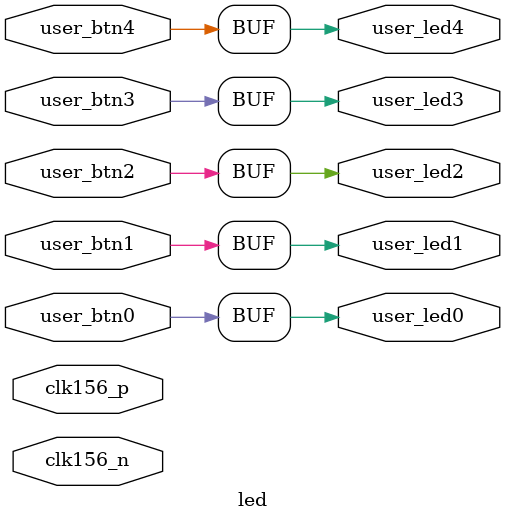
<source format=v>
/*
 *-----------------------------------------------------------------------------
 *     Copyright (C) 2022 by Dolphin Technology
 *     All right reserved.
 *
 *     Copyright Notification
 *     No part may be reproduced except as authorized by written permission.
 *
 *     Module/Class: led
 *     Project     : fpga_hls_programming
 *     Author      : lampn0
 *     Created     : 2022-19-05 20:04:18
 *     Description :
 *
 *     @Last Modified by:   lampn0
 *     @Last Modified time: 2022-19-05 20:04:18
 *-----------------------------------------------------------------------------
 */

//------------------------------------------------------------------------------
// Module
//------------------------------------------------------------------------------
module led (
  input  wire clk156_p ,
  input  wire clk156_n ,
  input  wire user_btn0,
  input  wire user_btn1,
  input  wire user_btn2,
  input  wire user_btn3,
  input  wire user_btn4,
  output wire user_led0,
  output wire user_led1,
  output wire user_led2,
  output wire user_led3,
  output wire user_led4
);

//------------------------------------------------------------------------------
// Signals
//------------------------------------------------------------------------------

wire sys_clk;
wire sys_rst;
wire por_clk;
wire clk_se;
reg  int_rst = 1'd1;

//------------------------------------------------------------------------------
// Combinatorial Logic
//------------------------------------------------------------------------------

assign user_led0 = user_btn0;
assign user_led1 = user_btn1;
assign user_led2 = user_btn2;
assign user_led3 = user_btn3;
assign user_led4 = user_btn4;
assign sys_clk = clk_se;
assign por_clk = clk_se;
assign sys_rst = int_rst;

//------------------------------------------------------------------------------
// Synchronous Logic
//------------------------------------------------------------------------------

always @(posedge por_clk) begin
  int_rst <= 1'd0;
end

always @(posedge sys_clk) begin
  if (sys_rst) begin
  end
end


//------------------------------------------------------------------------------
// Specialized Logic
//------------------------------------------------------------------------------

IBUFDS IBUFDS(
  .I(clk156_p),
  .IB(clk156_n),
  .O(clk_se)
);

endmodule : led
</source>
